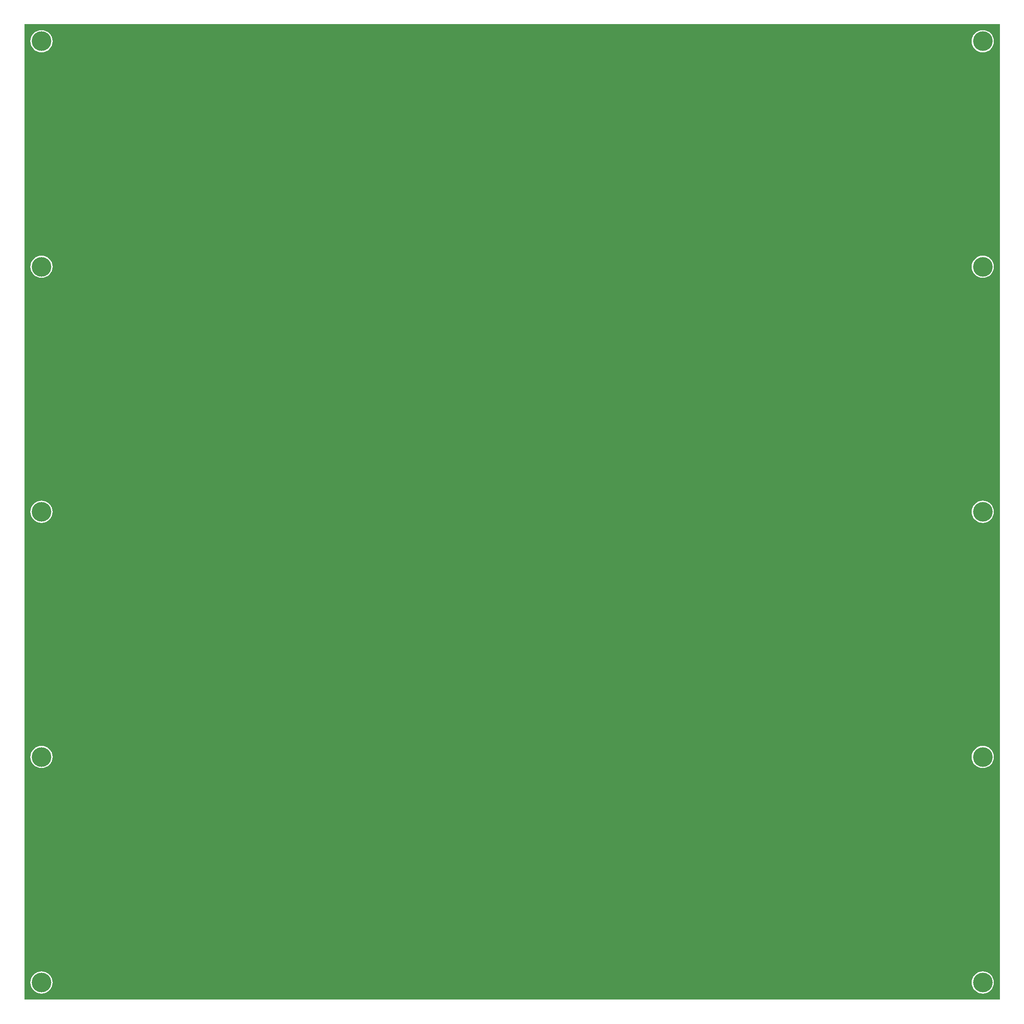
<source format=gbl>
G04*
G04 #@! TF.GenerationSoftware,Altium Limited,Altium Designer,25.7.1 (20)*
G04*
G04 Layer_Physical_Order=2*
G04 Layer_Color=16711680*
%FSLAX44Y44*%
%MOMM*%
G71*
G04*
G04 #@! TF.SameCoordinates,32F418BE-E214-40C2-94E0-C7E2AA208B06*
G04*
G04*
G04 #@! TF.FilePolarity,Positive*
G04*
G01*
G75*
%ADD11C,4.0000*%
G36*
X994902Y-994902D02*
X-994902D01*
Y994902D01*
X994902D01*
Y-994902D01*
D02*
G37*
%LPC*%
G36*
X960000Y982649D02*
X955581Y982214D01*
X951333Y980925D01*
X947417Y978832D01*
X943985Y976015D01*
X941168Y972583D01*
X939075Y968667D01*
X937786Y964419D01*
X937351Y960000D01*
X937786Y955581D01*
X939075Y951333D01*
X941168Y947417D01*
X943985Y943985D01*
X947417Y941168D01*
X951333Y939075D01*
X955581Y937786D01*
X960000Y937351D01*
X964419Y937786D01*
X968667Y939075D01*
X972583Y941168D01*
X976015Y943985D01*
X978832Y947417D01*
X980925Y951333D01*
X982214Y955581D01*
X982649Y960000D01*
X982214Y964419D01*
X980925Y968667D01*
X978832Y972583D01*
X976015Y976015D01*
X972583Y978832D01*
X968667Y980925D01*
X964419Y982214D01*
X960000Y982649D01*
D02*
G37*
G36*
X-960000D02*
X-964419Y982214D01*
X-968667Y980925D01*
X-972583Y978832D01*
X-976015Y976015D01*
X-978832Y972583D01*
X-980925Y968667D01*
X-982214Y964419D01*
X-982649Y960000D01*
X-982214Y955581D01*
X-980925Y951333D01*
X-978832Y947417D01*
X-976015Y943985D01*
X-972583Y941168D01*
X-968667Y939075D01*
X-964419Y937786D01*
X-960000Y937351D01*
X-955581Y937786D01*
X-951333Y939075D01*
X-947417Y941168D01*
X-943985Y943985D01*
X-941168Y947417D01*
X-939075Y951333D01*
X-937786Y955581D01*
X-937351Y960000D01*
X-937786Y964419D01*
X-939075Y968667D01*
X-941168Y972583D01*
X-943985Y976015D01*
X-947417Y978832D01*
X-951333Y980925D01*
X-955581Y982214D01*
X-960000Y982649D01*
D02*
G37*
G36*
X960000Y522649D02*
X955581Y522214D01*
X951333Y520925D01*
X947417Y518832D01*
X943985Y516015D01*
X941168Y512583D01*
X939075Y508667D01*
X937786Y504419D01*
X937351Y500000D01*
X937786Y495581D01*
X939075Y491333D01*
X941168Y487417D01*
X943985Y483985D01*
X947417Y481168D01*
X951333Y479075D01*
X955581Y477786D01*
X960000Y477351D01*
X964419Y477786D01*
X968667Y479075D01*
X972583Y481168D01*
X976015Y483985D01*
X978832Y487417D01*
X980925Y491333D01*
X982214Y495581D01*
X982649Y500000D01*
X982214Y504419D01*
X980925Y508667D01*
X978832Y512583D01*
X976015Y516015D01*
X972583Y518832D01*
X968667Y520925D01*
X964419Y522214D01*
X960000Y522649D01*
D02*
G37*
G36*
X-960000D02*
X-964419Y522214D01*
X-968668Y520925D01*
X-972583Y518832D01*
X-976015Y516015D01*
X-978832Y512583D01*
X-980925Y508667D01*
X-982214Y504419D01*
X-982649Y500000D01*
X-982214Y495581D01*
X-980925Y491333D01*
X-978832Y487417D01*
X-976015Y483985D01*
X-972583Y481168D01*
X-968668Y479075D01*
X-964419Y477786D01*
X-960000Y477351D01*
X-955581Y477786D01*
X-951333Y479075D01*
X-947417Y481168D01*
X-943985Y483985D01*
X-941168Y487417D01*
X-939075Y491333D01*
X-937786Y495581D01*
X-937351Y500000D01*
X-937786Y504419D01*
X-939075Y508667D01*
X-941168Y512583D01*
X-943985Y516015D01*
X-947417Y518832D01*
X-951333Y520925D01*
X-955581Y522214D01*
X-960000Y522649D01*
D02*
G37*
G36*
X960000Y22649D02*
X955581Y22214D01*
X951333Y20925D01*
X947417Y18832D01*
X943985Y16015D01*
X941168Y12583D01*
X939075Y8667D01*
X937786Y4419D01*
X937351Y0D01*
X937786Y-4419D01*
X939075Y-8667D01*
X941168Y-12583D01*
X943985Y-16015D01*
X947417Y-18832D01*
X951333Y-20925D01*
X955581Y-22214D01*
X960000Y-22649D01*
X964419Y-22214D01*
X968667Y-20925D01*
X972583Y-18832D01*
X976015Y-16015D01*
X978832Y-12583D01*
X980925Y-8667D01*
X982214Y-4419D01*
X982649Y0D01*
X982214Y4419D01*
X980925Y8667D01*
X978832Y12583D01*
X976015Y16015D01*
X972583Y18832D01*
X968667Y20925D01*
X964419Y22214D01*
X960000Y22649D01*
D02*
G37*
G36*
X-960000D02*
X-964419Y22214D01*
X-968668Y20925D01*
X-972583Y18832D01*
X-976015Y16015D01*
X-978832Y12583D01*
X-980925Y8667D01*
X-982214Y4419D01*
X-982649Y0D01*
X-982214Y-4419D01*
X-980925Y-8667D01*
X-978832Y-12583D01*
X-976015Y-16015D01*
X-972583Y-18832D01*
X-968668Y-20925D01*
X-964419Y-22214D01*
X-960000Y-22649D01*
X-955581Y-22214D01*
X-951333Y-20925D01*
X-947417Y-18832D01*
X-943985Y-16015D01*
X-941168Y-12583D01*
X-939075Y-8667D01*
X-937786Y-4419D01*
X-937351Y0D01*
X-937786Y4419D01*
X-939075Y8667D01*
X-941168Y12583D01*
X-943985Y16015D01*
X-947417Y18832D01*
X-951333Y20925D01*
X-955581Y22214D01*
X-960000Y22649D01*
D02*
G37*
G36*
X960000Y-477351D02*
X955581Y-477786D01*
X951333Y-479075D01*
X947417Y-481168D01*
X943985Y-483985D01*
X941168Y-487417D01*
X939075Y-491333D01*
X937786Y-495581D01*
X937351Y-500000D01*
X937786Y-504419D01*
X939075Y-508667D01*
X941168Y-512583D01*
X943985Y-516015D01*
X947417Y-518832D01*
X951333Y-520925D01*
X955581Y-522214D01*
X960000Y-522649D01*
X964419Y-522214D01*
X968667Y-520925D01*
X972583Y-518832D01*
X976015Y-516015D01*
X978832Y-512583D01*
X980925Y-508667D01*
X982214Y-504419D01*
X982649Y-500000D01*
X982214Y-495581D01*
X980925Y-491333D01*
X978832Y-487417D01*
X976015Y-483985D01*
X972583Y-481168D01*
X968667Y-479075D01*
X964419Y-477786D01*
X960000Y-477351D01*
D02*
G37*
G36*
X-960000D02*
X-964419Y-477786D01*
X-968668Y-479075D01*
X-972583Y-481168D01*
X-976015Y-483985D01*
X-978832Y-487417D01*
X-980925Y-491333D01*
X-982214Y-495581D01*
X-982649Y-500000D01*
X-982214Y-504419D01*
X-980925Y-508667D01*
X-978832Y-512583D01*
X-976015Y-516015D01*
X-972583Y-518832D01*
X-968668Y-520925D01*
X-964419Y-522214D01*
X-960000Y-522649D01*
X-955581Y-522214D01*
X-951333Y-520925D01*
X-947417Y-518832D01*
X-943985Y-516015D01*
X-941168Y-512583D01*
X-939075Y-508667D01*
X-937786Y-504419D01*
X-937351Y-500000D01*
X-937786Y-495581D01*
X-939075Y-491333D01*
X-941168Y-487417D01*
X-943985Y-483985D01*
X-947417Y-481168D01*
X-951333Y-479075D01*
X-955581Y-477786D01*
X-960000Y-477351D01*
D02*
G37*
G36*
X960000Y-937351D02*
X955581Y-937786D01*
X951333Y-939075D01*
X947417Y-941168D01*
X943985Y-943985D01*
X941168Y-947417D01*
X939075Y-951333D01*
X937786Y-955581D01*
X937351Y-960000D01*
X937786Y-964419D01*
X939075Y-968667D01*
X941168Y-972583D01*
X943985Y-976015D01*
X947417Y-978832D01*
X951333Y-980925D01*
X955581Y-982214D01*
X960000Y-982649D01*
X964419Y-982214D01*
X968667Y-980925D01*
X972583Y-978832D01*
X976015Y-976015D01*
X978832Y-972583D01*
X980925Y-968667D01*
X982214Y-964419D01*
X982649Y-960000D01*
X982214Y-955581D01*
X980925Y-951333D01*
X978832Y-947417D01*
X976015Y-943985D01*
X972583Y-941168D01*
X968667Y-939075D01*
X964419Y-937786D01*
X960000Y-937351D01*
D02*
G37*
G36*
X-960000D02*
X-964419Y-937786D01*
X-968667Y-939075D01*
X-972583Y-941168D01*
X-976015Y-943985D01*
X-978832Y-947417D01*
X-980925Y-951333D01*
X-982214Y-955581D01*
X-982649Y-960000D01*
X-982214Y-964419D01*
X-980925Y-968667D01*
X-978832Y-972583D01*
X-976015Y-976015D01*
X-972583Y-978832D01*
X-968667Y-980925D01*
X-964419Y-982214D01*
X-960000Y-982649D01*
X-955581Y-982214D01*
X-951333Y-980925D01*
X-947417Y-978832D01*
X-943985Y-976015D01*
X-941168Y-972583D01*
X-939075Y-968667D01*
X-937786Y-964419D01*
X-937351Y-960000D01*
X-937786Y-955581D01*
X-939075Y-951333D01*
X-941168Y-947417D01*
X-943985Y-943985D01*
X-947417Y-941168D01*
X-951333Y-939075D01*
X-955581Y-937786D01*
X-960000Y-937351D01*
D02*
G37*
%LPD*%
D11*
X-960000Y-500000D02*
D03*
X960000D02*
D03*
X-960000Y500000D02*
D03*
X960000D02*
D03*
Y0D02*
D03*
X-960000D02*
D03*
X-960000Y-960000D02*
D03*
X960000D02*
D03*
Y960000D02*
D03*
X-960000D02*
D03*
M02*

</source>
